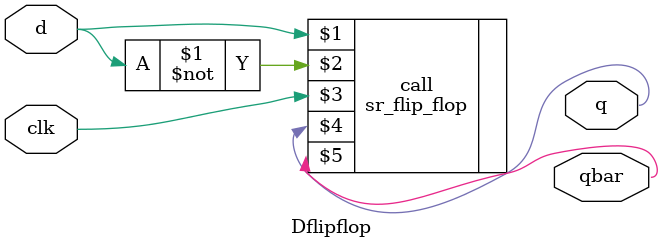
<source format=v>
`timescale 1ns / 1ps


module Dflipflop(
    input d,
    input clk,
    output q,
    output qbar
    );

sr_flip_flop call (d,~d,clk,q,qbar);

endmodule

</source>
